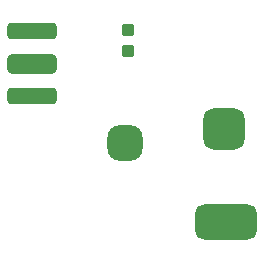
<source format=gtp>
G04 Layer_Color=8421504*
%FSLAX44Y44*%
%MOMM*%
G71*
G01*
G75*
G04:AMPARAMS|DCode=10|XSize=4.2mm|YSize=1.65mm|CornerRadius=0.4125mm|HoleSize=0mm|Usage=FLASHONLY|Rotation=0.000|XOffset=0mm|YOffset=0mm|HoleType=Round|Shape=RoundedRectangle|*
%AMROUNDEDRECTD10*
21,1,4.2000,0.8250,0,0,0.0*
21,1,3.3750,1.6500,0,0,0.0*
1,1,0.8250,1.6875,-0.4125*
1,1,0.8250,-1.6875,-0.4125*
1,1,0.8250,-1.6875,0.4125*
1,1,0.8250,1.6875,0.4125*
%
%ADD10ROUNDEDRECTD10*%
G04:AMPARAMS|DCode=11|XSize=4.2mm|YSize=1.4mm|CornerRadius=0.35mm|HoleSize=0mm|Usage=FLASHONLY|Rotation=0.000|XOffset=0mm|YOffset=0mm|HoleType=Round|Shape=RoundedRectangle|*
%AMROUNDEDRECTD11*
21,1,4.2000,0.7000,0,0,0.0*
21,1,3.5000,1.4000,0,0,0.0*
1,1,0.7000,1.7500,-0.3500*
1,1,0.7000,-1.7500,-0.3500*
1,1,0.7000,-1.7500,0.3500*
1,1,0.7000,1.7500,0.3500*
%
%ADD11ROUNDEDRECTD11*%
G04:AMPARAMS|DCode=12|XSize=1mm|YSize=1.1mm|CornerRadius=0.25mm|HoleSize=0mm|Usage=FLASHONLY|Rotation=270.000|XOffset=0mm|YOffset=0mm|HoleType=Round|Shape=RoundedRectangle|*
%AMROUNDEDRECTD12*
21,1,1.0000,0.6000,0,0,270.0*
21,1,0.5000,1.1000,0,0,270.0*
1,1,0.5000,-0.3000,-0.2500*
1,1,0.5000,-0.3000,0.2500*
1,1,0.5000,0.3000,0.2500*
1,1,0.5000,0.3000,-0.2500*
%
%ADD12ROUNDEDRECTD12*%
G04:AMPARAMS|DCode=13|XSize=5.2mm|YSize=3mm|CornerRadius=0.75mm|HoleSize=0mm|Usage=FLASHONLY|Rotation=0.000|XOffset=0mm|YOffset=0mm|HoleType=Round|Shape=RoundedRectangle|*
%AMROUNDEDRECTD13*
21,1,5.2000,1.5000,0,0,0.0*
21,1,3.7000,3.0000,0,0,0.0*
1,1,1.5000,1.8500,-0.7500*
1,1,1.5000,-1.8500,-0.7500*
1,1,1.5000,-1.8500,0.7500*
1,1,1.5000,1.8500,0.7500*
%
%ADD13ROUNDEDRECTD13*%
G04:AMPARAMS|DCode=14|XSize=3.5mm|YSize=3.5mm|CornerRadius=0.875mm|HoleSize=0mm|Usage=FLASHONLY|Rotation=0.000|XOffset=0mm|YOffset=0mm|HoleType=Round|Shape=RoundedRectangle|*
%AMROUNDEDRECTD14*
21,1,3.5000,1.7500,0,0,0.0*
21,1,1.7500,3.5000,0,0,0.0*
1,1,1.7500,0.8750,-0.8750*
1,1,1.7500,-0.8750,-0.8750*
1,1,1.7500,-0.8750,0.8750*
1,1,1.7500,0.8750,0.8750*
%
%ADD14ROUNDEDRECTD14*%
G04:AMPARAMS|DCode=15|XSize=3mm|YSize=3mm|CornerRadius=1.05mm|HoleSize=0mm|Usage=FLASHONLY|Rotation=0.000|XOffset=0mm|YOffset=0mm|HoleType=Round|Shape=RoundedRectangle|*
%AMROUNDEDRECTD15*
21,1,3.0000,0.9000,0,0,0.0*
21,1,0.9000,3.0000,0,0,0.0*
1,1,2.1000,0.4500,-0.4500*
1,1,2.1000,-0.4500,-0.4500*
1,1,2.1000,-0.4500,0.4500*
1,1,2.1000,0.4500,0.4500*
%
%ADD15ROUNDEDRECTD15*%
D10*
X25000Y240000D02*
D03*
D11*
Y267500D02*
D03*
Y212500D02*
D03*
D12*
X107000Y251000D02*
D03*
Y268000D02*
D03*
D13*
X190000Y106000D02*
D03*
D14*
X188000Y185000D02*
D03*
D15*
X104000Y173000D02*
D03*
M02*

</source>
